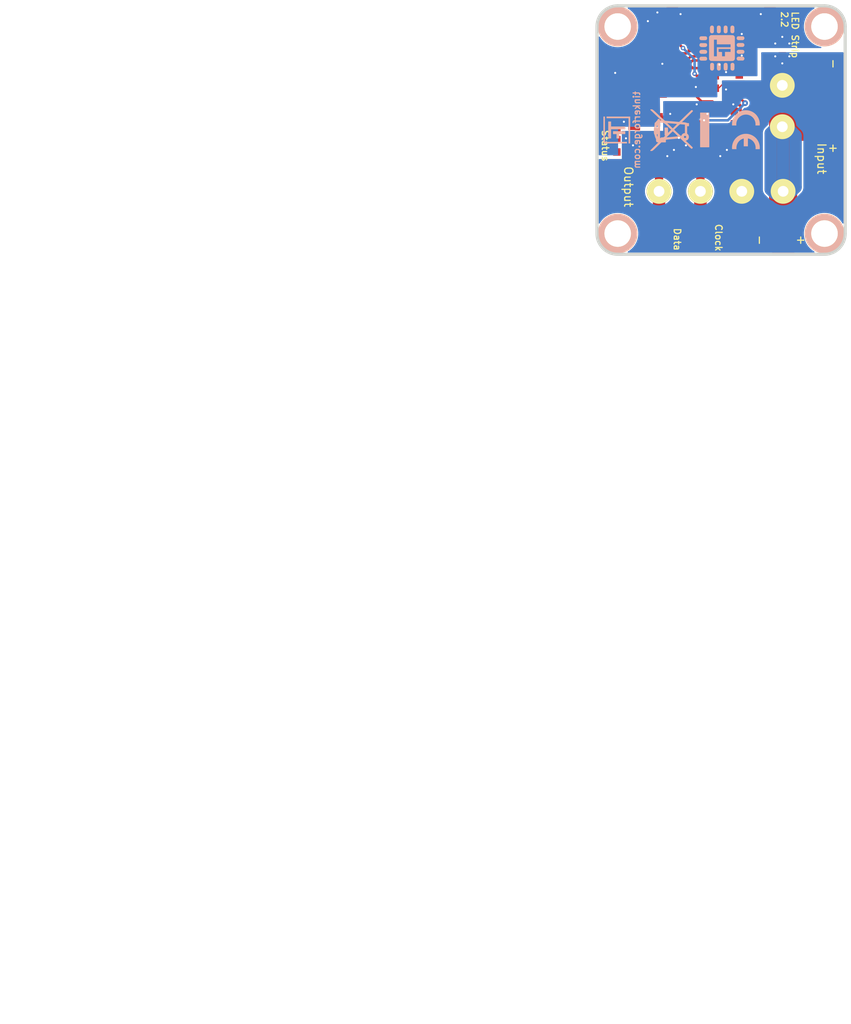
<source format=kicad_pcb>
(kicad_pcb (version 20221018) (generator pcbnew)
  (title_block (title "LED Strip Bricklet") (date "2023-01-25") (rev "2.2") (company "Tinkerforge GmbH") (comment 1 "Licensed under CERN OHL v.1.1") (comment 2 "Copyright (©) 2023, B.Nordmeyer <bastian@tinkerforge.com>"))
  (layers (0 "F.Cu" signal "Vorderseite") (31 "B.Cu" signal "Rückseite") (34 "B.Paste" user) (35 "F.Paste" user) (36 "B.SilkS" user "B.Silkscreen") (37 "F.SilkS" user "F.Silkscreen") (38 "B.Mask" user) (39 "F.Mask" user) (44 "Edge.Cuts" user))
  (net 0 "")
  (net 1 "+5V")
  (net 2 "AGND")
  (net 3 "GND")
  (net 4 "VCC")
  (net 5 "Net-(J1-Pad2)")
  (net 6 "Net-(P1-Pad4)")
  (net 7 "Net-(P1-Pad5)")
  (net 8 "Net-(P1-Pad6)")
  (net 9 "Net-(C1-Pad1)")
  (net 10 "ADC")
  (net 11 "S-MISO")
  (net 12 "S-MOSI")
  (net 13 "S-CLK")
  (net 14 "S-CS")
  (net 15 "DAT")
  (net 16 "CLK")
  (net 17 "Net-(D3-Pad2)")
  (net 18 "Net-(P8-Pad2)")
  (net 19 "Net-(P9-Pad1)")
  (net 20 "Net-(R3-Pad2)")
  (net 32 "Net-(R4-Pad2)")
  (net 33 "Net-(C6-Pad1)")
  (net 34 "Net-(C7-Pad1)")
  (net 35 "Net-(R5-Pad2)")
  (net 36 "Net-(R6-Pad1)")
  (net 37 "Net-(R7-Pad1)")
  (net 38 "Net-(C8-Pad1)")
  (footprint "kicad-libraries:Fiducial_Mark" (layer "F.Cu") (at 106.9 71.8 -90)
    (fp_text reference "Fiducial_Mark" hide)
    (fp_text value "VAL**" hide)
    (pad "1" smd circle (at 0 0 270) (size 1.00076 1.00076) (layers "F.Cu" "F.Paste" "F.Mask") (clearance 0.65024))
  )
  (footprint "kicad-libraries:Fiducial_Mark" (layer "F.Cu") (at 90.9 93.3 -90)
    (fp_text reference "Fiducial_Mark" hide)
    (fp_text value "VAL**" hide)
    (pad "1" smd circle (at 0 0 270) (size 1.00076 1.00076) (layers "F.Cu" "F.Paste" "F.Mask") (clearance 0.65024))
  )
  (footprint "kicad-libraries:AKL_5_2" (layer "F.Cu") (at 111.3 82.4 -90)
    (fp_text reference "J1")
    (fp_text value "AKL_5_2")
    (pad "1" thru_hole circle (at -2.49936 0 270) (size 2.99974 2.99974) (drill 1.30048) (layers "*.Cu" "*.Mask" "F.SilkS") (net 2 "AGND"))
    (pad "2" thru_hole circle (at 2.49936 0 270) (size 2.99974 2.99974) (drill 1.30048) (layers "*.Cu" "*.Mask" "F.SilkS") (net 5 "Net-(J1-Pad2)"))
  )
  (footprint "kicad-libraries:AKL_5_2" (layer "F.Cu") (at 108.9 92.7 180)
    (fp_text reference "J2")
    (fp_text value "AKL_5_2")
    (pad "1" thru_hole circle (at -2.49936 0 180) (size 2.99974 2.99974) (drill 1.30048) (layers "*.Cu" "*.Mask" "F.SilkS") (net 5 "Net-(J1-Pad2)"))
    (pad "2" thru_hole circle (at 2.49936 0 180) (size 2.99974 2.99974) (drill 1.30048) (layers "*.Cu" "*.Mask" "F.SilkS") (net 2 "AGND"))
  )
  (footprint "kicad-libraries:AKL_5_2" (layer "F.Cu") (at 98.9 92.7 180)
    (fp_text reference "J3")
    (fp_text value "AKL_5_2")
    (pad "1" thru_hole circle (at -2.49936 0 180) (size 2.99974 2.99974) (drill 1.30048) (layers "*.Cu" "*.Mask" "F.SilkS") (net 33 "Net-(C6-Pad1)"))
    (pad "2" thru_hole circle (at 2.49936 0 180) (size 2.99974 2.99974) (drill 1.30048) (layers "*.Cu" "*.Mask" "F.SilkS") (net 34 "Net-(C7-Pad1)"))
  )
  (footprint "kicad-libraries:SOLDER_PAD2" (layer "F.Cu") (at 116.7 79.9 90)
    (fp_text reference "P2")
    (fp_text value "TST")
    (pad "1" smd rect (at 0 0 90) (size 3 4) (layers "F.Cu" "F.Mask") (net 2 "AGND"))
  )
  (footprint "kicad-libraries:SOLDER_PAD2" (layer "F.Cu") (at 111.4 97.9)
    (fp_text reference "P3")
    (fp_text value "TST")
    (pad "1" smd rect (at 0 0) (size 3 4) (layers "F.Cu" "F.Mask") (net 5 "Net-(J1-Pad2)"))
  )
  (footprint "kicad-libraries:SOLDER_PAD2" (layer "F.Cu") (at 116.7 84.9 -90)
    (fp_text reference "P4")
    (fp_text value "TST")
    (pad "1" smd rect (at 0 0 270) (size 3 4) (layers "F.Cu" "F.Mask") (net 5 "Net-(J1-Pad2)"))
  )
  (footprint "kicad-libraries:SOLDER_PAD2" (layer "F.Cu") (at 106.4 97.9)
    (fp_text reference "P5")
    (fp_text value "TST")
    (pad "1" smd rect (at 0 0) (size 3 4) (layers "F.Cu" "F.Mask") (net 2 "AGND"))
  )
  (footprint "kicad-libraries:SOLDER_PAD2" (layer "F.Cu") (at 101.4 97.9)
    (fp_text reference "P6")
    (fp_text value "TST")
    (pad "1" smd rect (at 0 0) (size 3 4) (layers "F.Cu" "F.Mask") (net 33 "Net-(C6-Pad1)"))
  )
  (footprint "kicad-libraries:SOLDER_PAD2" (layer "F.Cu") (at 96.4 97.9 180)
    (fp_text reference "P7")
    (fp_text value "TST")
    (pad "1" smd rect (at 0 0 180) (size 3 4) (layers "F.Cu" "F.Mask") (net 34 "Net-(C7-Pad1)"))
  )
  (footprint "kicad-libraries:DRILL_NP" (layer "F.Cu") (at 91.4 97.8 90)
    (fp_text reference "U2" hide)
    (fp_text value "DRILL" hide)
    (pad "" np_thru_hole circle (at 0 0 90) (size 3.2 3.2) (drill 3.2) (layers "F&B.Cu" "*.Mask") (clearance 0.89))
  )
  (footprint "kicad-libraries:DRILL_NP" (layer "F.Cu") (at 116.4 97.8 -90)
    (fp_text reference "U3" hide)
    (fp_text value "DRILL" hide)
    (pad "" np_thru_hole circle (at 0 0 270) (size 3.2 3.2) (drill 3.2) (layers "F&B.Cu" "*.Mask") (clearance 0.89))
  )
  (footprint "kicad-libraries:DRILL_NP" (layer "F.Cu") (at 91.4 72.8 -90)
    (fp_text reference "U4" hide)
    (fp_text value "DRILL" hide)
    (pad "" np_thru_hole circle (at 0 0 270) (size 3.2 3.2) (drill 3.2) (layers "F&B.Cu" "*.Mask") (clearance 0.89))
  )
  (footprint "kicad-libraries:DRILL_NP" (layer "F.Cu") (at 116.4 72.8 -90)
    (fp_text reference "U5" hide)
    (fp_text value "DRILL" hide)
    (pad "" np_thru_hole circle (at 0 0 270) (size 3.2 3.2) (drill 3.2) (layers "F&B.Cu" "*.Mask") (clearance 0.89))
  )
  (footprint "kicad-libraries:SOD-323" (layer "F.Cu") (at 102.5 87.7)
    (fp_text reference "D1")
    (fp_text value "ESD5V0D3B-TP")
    (pad "1" smd rect (at -1.3208 0) (size 0.762 0.6858) (layers "F.Cu" "F.Paste" "F.Mask") (net 33 "Net-(C6-Pad1)"))
    (pad "2" smd rect (at 1.3208 0) (size 0.762 0.6858) (layers "F.Cu" "F.Paste" "F.Mask") (net 2 "AGND"))
  )
  (footprint "kicad-libraries:SOD-323" (layer "F.Cu") (at 96.1 87.7)
    (fp_text reference "D2")
    (fp_text value "ESD5V0D3B-TP")
    (pad "1" smd rect (at -1.3208 0) (size 0.762 0.6858) (layers "F.Cu" "F.Paste" "F.Mask") (net 34 "Net-(C7-Pad1)"))
    (pad "2" smd rect (at 1.3208 0) (size 0.762 0.6858) (layers "F.Cu" "F.Paste" "F.Mask") (net 2 "AGND"))
  )
  (footprint "kicad-libraries:C0805E" (layer "F.Cu") (at 96.2 73.1 90)
    (fp_text reference "C2")
    (fp_text value "10uF")
    (pad "1" smd rect (at -0.95 0 90) (size 1.3 1.5) (layers "F.Cu" "F.Paste" "F.Mask") (net 4 "VCC") (clearance 0.14986))
    (pad "2" smd rect (at 0.95 0 90) (size 1.3 1.5) (layers "F.Cu" "F.Paste" "F.Mask") (net 3 "GND") (clearance 0.14986))
  )
  (footprint "kicad-libraries:C0603F" (layer "F.Cu") (at 91.3 80 90)
    (fp_text reference "C3")
    (fp_text value "100nF")
    (pad "1" smd rect (at -0.75 0 90) (size 0.9 0.9) (layers "F.Cu" "F.Paste" "F.Mask") (net 4 "VCC"))
    (pad "2" smd rect (at 0.75 0 90) (size 0.9 0.9) (layers "F.Cu" "F.Paste" "F.Mask") (net 3 "GND"))
  )
  (footprint "kicad-libraries:C0603F" (layer "F.Cu") (at 105.5 83.8 90)
    (fp_text reference "C4")
    (fp_text value "100nF")
    (pad "1" smd rect (at -0.75 0 90) (size 0.9 0.9) (layers "F.Cu" "F.Paste" "F.Mask") (net 1 "+5V"))
    (pad "2" smd rect (at 0.75 0 90) (size 0.9 0.9) (layers "F.Cu" "F.Paste" "F.Mask") (net 2 "AGND"))
  )
  (footprint "kicad-libraries:R0603F" (layer "F.Cu") (at 111.3 75.6 -90)
    (fp_text reference "L1")
    (fp_text value "0")
    (pad "1" smd rect (at -0.75 0 270) (size 0.9 0.9) (layers "F.Cu" "F.Paste" "F.Mask") (net 3 "GND"))
    (pad "2" smd rect (at 0.75 0 270) (size 0.9 0.9) (layers "F.Cu" "F.Paste" "F.Mask") (net 2 "AGND"))
  )
  (footprint "kicad-libraries:CON-SENSOR2" (layer "F.Cu") (at 103.9 70.4 180)
    (fp_text reference "P1")
    (fp_text value "CON-SENSOR")
    (pad "1" smd rect (at -3.75 -4.6 180) (size 0.6 1.8) (layers "F.Cu" "F.Paste" "F.Mask") (net 38 "Net-(C8-Pad1)"))
    (pad "2" smd rect (at -2.5 -4.6 180) (size 0.6 1.8) (layers "F.Cu" "F.Paste" "F.Mask") (net 3 "GND"))
    (pad "3" smd rect (at -1.25 -4.6 180) (size 0.6 1.8) (layers "F.Cu" "F.Paste" "F.Mask") (net 4 "VCC"))
    (pad "4" smd rect (at 0 -4.6 180) (size 0.6 1.8) (layers "F.Cu" "F.Paste" "F.Mask") (net 6 "Net-(P1-Pad4)"))
    (pad "5" smd rect (at 1.25 -4.6 180) (size 0.6 1.8) (layers "F.Cu" "F.Paste" "F.Mask") (net 7 "Net-(P1-Pad5)"))
    (pad "6" smd rect (at 2.5 -4.6 180) (size 0.6 1.8) (layers "F.Cu" "F.Paste" "F.Mask") (net 8 "Net-(P1-Pad6)"))
    (pad "7" smd rect (at 3.75 -4.6 180) (size 0.6 1.8) (layers "F.Cu" "F.Paste" "F.Mask") (net 9 "Net-(C1-Pad1)"))
    (pad "EP" smd rect (at -5.9 -1.2 180) (size 1.4 2.4) (layers "F.Cu" "F.Paste" "F.Mask") (net 3 "GND"))
    (pad "EP" smd rect (at 5.9 -1.2 180) (size 1.4 2.4) (layers "F.Cu" "F.Paste" "F.Mask") (net 3 "GND"))
  )
  (footprint "kicad-libraries:R0603F" (layer "F.Cu") (at 101.8 79.5 90)
    (fp_text reference "R1")
    (fp_text value "1k")
    (pad "1" smd rect (at -0.75 0 90) (size 0.9 0.9) (layers "F.Cu" "F.Paste" "F.Mask") (net 3 "GND"))
    (pad "2" smd rect (at 0.75 0 90) (size 0.9 0.9) (layers "F.Cu" "F.Paste" "F.Mask") (net 10 "ADC"))
  )
  (footprint "kicad-libraries:R0603F" (layer "F.Cu") (at 103.2 79.5 -90)
    (fp_text reference "R2")
    (fp_text value "10k")
    (pad "1" smd rect (at -0.75 0 270) (size 0.9 0.9) (layers "F.Cu" "F.Paste" "F.Mask") (net 10 "ADC"))
    (pad "2" smd rect (at 0.75 0 270) (size 0.9 0.9) (layers "F.Cu" "F.Paste" "F.Mask") (net 5 "Net-(J1-Pad2)"))
  )
  (footprint "kicad-libraries:4X0402" (layer "F.Cu") (at 99.3 77.7 135)
    (fp_text reference "RP1")
    (fp_text value "82")
    (pad "1" smd rect (at -0.7493 0.575 315) (size 0.29972 0.65) (layers "F.Cu" "F.Paste" "F.Mask") (net 6 "Net-(P1-Pad4)"))
    (pad "2" smd rect (at -0.24892 0.575 315) (size 0.29972 0.65) (layers "F.Cu" "F.Paste" "F.Mask") (net 7 "Net-(P1-Pad5)"))
    (pad "3" smd rect (at 0.24892 0.575 315) (size 0.29972 0.65) (layers "F.Cu" "F.Paste" "F.Mask") (net 8 "Net-(P1-Pad6)"))
    (pad "4" smd rect (at 0.7493 0.575 315) (size 0.29972 0.65) (layers "F.Cu" "F.Paste" "F.Mask") (net 9 "Net-(C1-Pad1)"))
    (pad "5" smd rect (at 0.7493 -0.575 135) (size 0.29972 0.65) (layers "F.Cu" "F.Paste" "F.Mask") (net 11 "S-MISO"))
    (pad "6" smd rect (at 0.24892 -0.575 135) (size 0.29972 0.65) (layers "F.Cu" "F.Paste" "F.Mask") (net 12 "S-MOSI"))
    (pad "7" smd rect (at -0.24892 -0.575 135) (size 0.29972 0.65) (layers "F.Cu" "F.Paste" "F.Mask") (net 13 "S-CLK"))
    (pad "8" smd rect (at -0.7493 -0.575 135) (size 0.29972 0.65) (layers "F.Cu" "F.Paste" "F.Mask") (net 14 "S-CS"))
  )
  (footprint "kicad-libraries:QFN24-4x4mm-0.5mm" (layer "F.Cu") (at 94.7 80 -90)
    (fp_text reference "U1")
    (fp_text value "XMC1302")
    (pad "1" smd oval (at -2.025 -1.25 270) (size 1 0.3) (layers "F.Cu" "F.Paste" "F.Mask") (net 11 "S-MISO"))
    (pad "2" smd oval (at -2.025 -0.75 270) (size 1 0.3) (layers "F.Cu" "F.Paste" "F.Mask") (net 10 "ADC"))
    (pad "3" smd oval (at -2.025 -0.25 270) (size 1 0.3) (layers "F.Cu" "F.Paste" "F.Mask"))
    (pad "4" smd oval (at -2.025 0.25 270) (size 1 0.3) (layers "F.Cu" "F.Paste" "F.Mask"))
    (pad "5" smd oval (at -2.025 0.75 270) (size 1 0.3) (layers "F.Cu" "F.Paste" "F.Mask"))
    (pad "6" smd oval (at -2.025 1.25 270) (size 1 0.3) (layers "F.Cu" "F.Paste" "F.Mask"))
    (pad "7" smd oval (at -1.25 2.025) (size 1 0.3) (layers "F.Cu" "F.Paste" "F.Mask") (net 19 "Net-(P9-Pad1)"))
    (pad "8" smd oval (at -0.75 2.025) (size 1 0.3) (layers "F.Cu" "F.Paste" "F.Mask") (net 3 "GND"))
    (pad "9" smd oval (at -0.25 2.025) (size 1 0.3) (layers "F.Cu" "F.Paste" "F.Mask") (net 3 "GND"))
    (pad "10" smd oval (at 0.25 2.025) (size 1 0.3) (layers "F.Cu" "F.Paste" "F.Mask") (net 4 "VCC"))
    (pad "11" smd oval (at 0.75 2.025) (size 1 0.3) (layers "F.Cu" "F.Paste" "F.Mask"))
    (pad "12" smd oval (at 1.25 2.025) (size 1 0.3) (layers "F.Cu" "F.Paste" "F.Mask"))
    (pad "13" smd oval (at 2.025 1.25 270) (size 1 0.3) (layers "F.Cu" "F.Paste" "F.Mask") (net 20 "Net-(R3-Pad2)"))
    (pad "14" smd oval (at 2.025 0.75 270) (size 1 0.3) (layers "F.Cu" "F.Paste" "F.Mask") (net 18 "Net-(P8-Pad2)"))
    (pad "15" smd oval (at 2.025 0.25 270) (size 1 0.3) (layers "F.Cu" "F.Paste" "F.Mask"))
    (pad "16" smd oval (at 2.025 -0.25 270) (size 1 0.3) (layers "F.Cu" "F.Paste" "F.Mask"))
    (pad "17" smd oval (at 2.025 -0.75 270) (size 1 0.3) (layers "F.Cu" "F.Paste" "F.Mask") (net 15 "DAT"))
    (pad "18" smd oval (at 2.025 -1.25 270) (size 1 0.3) (layers "F.Cu" "F.Paste" "F.Mask"))
    (pad "19" smd oval (at 1.25 -2.025) (size 1 0.3) (layers "F.Cu" "F.Paste" "F.Mask") (net 16 "CLK"))
    (pad "20" smd oval (at 0.75 -2.025) (size 1 0.3) (layers "F.Cu" "F.Paste" "F.Mask"))
    (pad "21" smd oval (at 0.25 -2.025) (size 1 0.3) (layers "F.Cu" "F.Paste" "F.Mask"))
    (pad "22" smd oval (at -0.25 -2.025) (size 1 0.3) (layers "F.Cu" "F.Paste" "F.Mask") (net 14 "S-CS"))
    (pad "23" smd oval (at -0.75 -2.025) (size 1 0.3) (layers "F.Cu" "F.Paste" "F.Mask") (net 13 "S-CLK"))
    (pad "24" smd oval (at -1.25 -2.025) (size 1 0.3) (layers "F.Cu" "F.Paste" "F.Mask") (net 12 "S-MOSI"))
    (pad "EXP" smd rect (at -0.65 -0.65 270) (size 1.3 1.3) (layers "F.Cu" "F.Paste" "F.Mask") (net 3 "GND"))
    (pad "EXP" smd rect (at -0.65 0.65 270) (size 1.3 1.3) (layers "F.Cu" "F.Paste" "F.Mask") (net 3 "GND"))
    (pad "EXP" smd rect (at 0.65 -0.65 270) (size 1.3 1.3) (layers "F.Cu" "F.Paste" "F.Mask") (net 3 "GND"))
    (pad "EXP" smd rect (at 0.65 0.65 270) (size 1.3 1.3) (layers "F.Cu" "F.Paste" "F.Mask") (net 3 "GND"))
  )
  (footprint "kicad-libraries:SolderJumper" (layer "F.Cu") (at 93.4 84.6 90)
    (fp_text reference "P8")
    (fp_text value "Boot")
    (pad "1" smd rect (at -0.5 0 90) (size 0.4 1.4) (layers "F.Cu" "F.Mask") (net 3 "GND"))
    (pad "1" smd rect (at -0.225 -0.55 90) (size 0.95 0.3) (layers "F.Cu" "F.Mask") (net 3 "GND"))
    (pad "1" smd rect (at -0.225 0.55 90) (size 0.95 0.3) (layers "F.Cu" "F.Mask") (net 3 "GND"))
    (pad "2" smd rect (at 0.15 0 90) (size 0.6 0.5) (layers "F.Cu" "F.Mask") (net 18 "Net-(P8-Pad2)"))
    (pad "2" smd rect (at 0.55 0 90) (size 0.3 1.4) (layers "F.Cu" "F.Mask") (net 18 "Net-(P8-Pad2)"))
  )
  (footprint "kicad-libraries:DEBUG_PAD" (layer "F.Cu") (at 92 77.2 -90)
    (fp_text reference "P9")
    (fp_text value "Debug")
    (pad "1" smd circle (at 0 0 270) (size 0.7 0.7) (layers "F.Cu" "F.Paste" "F.Mask") (net 19 "Net-(P9-Pad1)"))
  )
  (footprint "kicad-libraries:R0603F" (layer "F.Cu") (at 91.3 84.3 90)
    (fp_text reference "R3")
    (fp_text value "1k")
    (pad "1" smd rect (at -0.75 0 90) (size 0.9 0.9) (layers "F.Cu" "F.Paste" "F.Mask") (net 17 "Net-(D3-Pad2)"))
    (pad "2" smd rect (at 0.75 0 90) (size 0.9 0.9) (layers "F.Cu" "F.Paste" "F.Mask") (net 20 "Net-(R3-Pad2)"))
  )
  (footprint "kicad-libraries:R0603F" (layer "F.Cu") (at 99.1 80.6)
    (fp_text reference "R4")
    (fp_text value "470")
    (pad "1" smd rect (at -0.75 0) (size 0.9 0.9) (layers "F.Cu" "F.Paste" "F.Mask") (net 16 "CLK"))
    (pad "2" smd rect (at 0.75 0) (size 0.9 0.9) (layers "F.Cu" "F.Paste" "F.Mask") (net 32 "Net-(R4-Pad2)"))
  )
  (footprint "kicad-libraries:C0402F" (layer "F.Cu") (at 98 76.5 -135)
    (fp_text reference "C1")
    (fp_text value "220pF")
    (pad "1" smd rect (at -0.5 0 225) (size 0.6 0.7) (layers "F.Cu" "F.Paste" "F.Mask") (net 9 "Net-(C1-Pad1)"))
    (pad "2" smd rect (at 0.5 0 225) (size 0.6 0.7) (layers "F.Cu" "F.Paste" "F.Mask") (net 3 "GND"))
  )
  (footprint "kicad-libraries:D0603F" (layer "F.Cu") (at 91.3 87.2 90)
    (fp_text reference "D3")
    (fp_text value "blue")
    (pad "1" smd rect (at -0.75 0 90) (size 0.9 0.9) (layers "F.Cu" "F.Paste" "F.Mask") (net 4 "VCC"))
    (pad "2" smd rect (at 0.75 0 90) (size 0.9 0.9) (layers "F.Cu" "F.Paste" "F.Mask") (net 17 "Net-(D3-Pad2)"))
  )
  (footprint "kicad-libraries:C0603F" (layer "F.Cu") (at 100.9 83.8 90)
    (fp_text reference "C5")
    (fp_text value "100nF")
    (pad "1" smd rect (at -0.75 0 90) (size 0.9 0.9) (layers "F.Cu" "F.Paste" "F.Mask") (net 1 "+5V"))
    (pad "2" smd rect (at 0.75 0 90) (size 0.9 0.9) (layers "F.Cu" "F.Paste" "F.Mask") (net 2 "AGND"))
  )
  (footprint "kicad-libraries:C0603F" (layer "F.Cu") (at 100.4 86.3 180)
    (fp_text reference "C6")
    (fp_text value "DNP")
    (pad "1" smd rect (at -0.75 0 180) (size 0.9 0.9) (layers "F.Cu" "F.Paste" "F.Mask") (net 33 "Net-(C6-Pad1)"))
    (pad "2" smd rect (at 0.75 0 180) (size 0.9 0.9) (layers "F.Cu" "F.Paste" "F.Mask") (net 2 "AGND"))
  )
  (footprint "kicad-libraries:C0603F" (layer "F.Cu") (at 94 86.3 180)
    (fp_text reference "C7")
    (fp_text value "DNP")
    (pad "1" smd rect (at -0.75 0 180) (size 0.9 0.9) (layers "F.Cu" "F.Paste" "F.Mask") (net 34 "Net-(C7-Pad1)"))
    (pad "2" smd rect (at 0.75 0 180) (size 0.9 0.9) (layers "F.Cu" "F.Paste" "F.Mask") (net 2 "AGND"))
  )
  (footprint "kicad-libraries:R0603F" (layer "F.Cu") (at 95.65 83.7)
    (fp_text reference "R5")
    (fp_text value "470")
    (pad "1" smd rect (at -0.75 0) (size 0.9 0.9) (layers "F.Cu" "F.Paste" "F.Mask") (net 15 "DAT"))
    (pad "2" smd rect (at 0.75 0) (size 0.9 0.9) (layers "F.Cu" "F.Paste" "F.Mask") (net 35 "Net-(R5-Pad2)"))
  )
  (footprint "kicad-libraries:R0603F" (layer "F.Cu") (at 103.3 86.3 180)
    (fp_text reference "R6")
    (fp_text value "100")
    (pad "1" smd rect (at -0.75 0 180) (size 0.9 0.9) (layers "F.Cu" "F.Paste" "F.Mask") (net 36 "Net-(R6-Pad1)"))
    (pad "2" smd rect (at 0.75 0 180) (size 0.9 0.9) (layers "F.Cu" "F.Paste" "F.Mask") (net 33 "Net-(C6-Pad1)"))
  )
  (footprint "kicad-libraries:R0603F" (layer "F.Cu") (at 96.9 86.3 180)
    (fp_text reference "R7")
    (fp_text value "100")
    (pad "1" smd rect (at -0.75 0 180) (size 0.9 0.9) (layers "F.Cu" "F.Paste" "F.Mask") (net 37 "Net-(R7-Pad1)"))
    (pad "2" smd rect (at 0.75 0 180) (size 0.9 0.9) (layers "F.Cu" "F.Paste" "F.Mask") (net 34 "Net-(C7-Pad1)"))
  )
  (footprint "kicad-libraries:SOT23-5" (layer "F.Cu") (at 103.2 83.8 180)
    (fp_text reference "U6")
    (fp_text value "74LVC1G17")
    (pad "1" smd rect (at -0.94996 1.19888 180) (size 0.50038 0.8001) (layers "F.Cu" "F.Paste" "F.Mask"))
    (pad "2" smd rect (at 0 1.19888 180) (size 0.50038 0.8001) (layers "F.Cu" "F.Paste" "F.Mask") (net 32 "Net-(R4-Pad2)"))
    (pad "3" smd rect (at 0.94996 1.19888 180) (size 0.50038 0.8001) (layers "F.Cu" "F.Paste" "F.Mask") (net 2 "AGND"))
    (pad "4" smd rect (at 0.94996 -1.19888 180) (size 0.50038 0.8001) (layers "F.Cu" "F.Paste" "F.Mask") (net 36 "Net-(R6-Pad1)"))
    (pad "5" smd rect (at -0.94996 -1.19888 180) (size 0.50038 0.8001) (layers "F.Cu" "F.Paste" "F.Mask") (net 1 "+5V"))
  )
  (footprint "kicad-libraries:SOT23-5" (layer "F.Cu") (at 98.7 83.7 180)
    (fp_text reference "U7")
    (fp_text value "74LVC1G17")
    (pad "1" smd rect (at -0.94996 1.19888 180) (size 0.50038 0.8001) (layers "F.Cu" "F.Paste" "F.Mask"))
    (pad "2" smd rect (at 0 1.19888 180) (size 0.50038 0.8001) (layers "F.Cu" "F.Paste" "F.Mask") (net 35 "Net-(R5-Pad2)"))
    (pad "3" smd rect (at 0.94996 1.19888 180) (size 0.50038 0.8001) (layers "F.Cu" "F.Paste" "F.Mask") (net 2 "AGND"))
    (pad "4" smd rect (at 0.94996 -1.19888 180) (size 0.50038 0.8001) (layers "F.Cu" "F.Paste" "F.Mask") (net 37 "Net-(R7-Pad1)"))
    (pad "5" smd rect (at -0.94996 -1.19888 180) (size 0.50038 0.8001) (layers "F.Cu" "F.Paste" "F.Mask") (net 1 "+5V"))
  )
  (footprint "kicad-libraries:C0603F" (layer "F.Cu") (at 105.3 77.4 180)
    (fp_text reference "C8")
    (fp_text value "100nF")
    (pad "1" smd rect (at -0.75 0 180) (size 0.9 0.9) (layers "F.Cu" "F.Paste" "F.Mask") (net 38 "Net-(C8-Pad1)"))
    (pad "2" smd rect (at 0.75 0 180) (size 0.9 0.9) (layers "F.Cu" "F.Paste" "F.Mask") (net 3 "GND"))
  )
  (footprint "kicad-libraries:C0603F" (layer "F.Cu") (at 105.3 81.3 180)
    (fp_text reference "C9")
    (fp_text value "100nF")
    (pad "1" smd rect (at -0.75 0 180) (size 0.9 0.9) (layers "F.Cu" "F.Paste" "F.Mask") (net 1 "+5V"))
    (pad "2" smd rect (at 0.75 0 180) (size 0.9 0.9) (layers "F.Cu" "F.Paste" "F.Mask") (net 2 "AGND"))
  )
  (footprint "kicad-libraries:R0603F" (layer "F.Cu") (at 106.1 79.4 -90)
    (fp_text reference "L2")
    (fp_text value "FB")
    (pad "1" smd rect (at -0.75 0 270) (size 0.9 0.9) (layers "F.Cu" "F.Paste" "F.Mask") (net 38 "Net-(C8-Pad1)"))
    (pad "2" smd rect (at 0.75 0 270) (size 0.9 0.9) (layers "F.Cu" "F.Paste" "F.Mask") (net 1 "+5V"))
  )
  (footprint "kicad-libraries:Fiducial_Mark" (layer "F.Cu") (at 116.4 92.8 -90)
    (fp_text reference "Fiducial_Mark" hide)
    (fp_text value "VAL**" hide)
    (pad "1" smd circle (at 0 0 270) (size 1.00076 1.00076) (layers "F.Cu" "F.Paste" "F.Mask") (clearance 0.65024))
  )
  (footprint "kicad-libraries:Logo_31x31" (layer "B.Cu") (at 91.3 85.3 -90)
    (fp_text reference "G***" hide)
    (fp_text value "LOGO" hide)
  )
  (footprint "kicad-libraries:CE_5mm" (layer "B.Cu") (at 106.9 85.3 -90)
    (fp_text reference "VAL" hide)
    (fp_text value "CE_5mm" hide)
  )
  (footprint "kicad-libraries:WEEE_7mm" (layer "B.Cu") (at 98.9 85.3 -90)
    (fp_text reference "VAL" hide)
    (fp_text value "WEEE_7mm" hide)
  )
  (footprint "kicad-libraries:Logo_CoMCU" (layer "B.Cu") (at 104 75.4 -90)
    (fp_text reference "G***" hide)
    (fp_text value "LOGO" hide)
  )
  (gr_arc (start 116.4 70.3) (mid 118.167767 71.032233) (end 118.9 72.8) (stroke (width 0.381)) (layer "Edge.Cuts"))
  (gr_line (start 88.9 97.8) (end 88.9 72.8) (stroke (width 0.381)) (layer "Edge.Cuts"))
  (gr_line (start 91.4 70.3) (end 116.4 70.3) (stroke (width 0.381)) (layer "Edge.Cuts"))
  (gr_line (start 118.9 97.8) (end 118.9 72.8) (stroke (width 0.381)) (layer "Edge.Cuts"))
  (gr_arc (start 118.9 97.8) (mid 118.167767 99.567767) (end 116.4 100.3) (stroke (width 0.381)) (layer "Edge.Cuts"))
  (gr_arc (start 91.4 100.3) (mid 89.632233 99.567767) (end 88.9 97.8) (stroke (width 0.381)) (layer "Edge.Cuts"))
  (gr_line (start 116.4 100.3) (end 91.4 100.3) (stroke (width 0.381)) (layer "Edge.Cuts"))
  (gr_arc (start 88.9 72.8) (mid 89.632233 71.032233) (end 91.4 70.3) (stroke (width 0.381)) (layer "Edge.Cuts"))
  (gr_text "tinkerforge.com" (at 93.7 85.3 90) (layer "B.SilkS") (effects (font (size 0.8 0.8)) (justify mirror)))
  (gr_text "Clock" (at 103.6 98.3 270) (layer "F.SilkS") (effects (font (size 0.8 0.8))))
  (gr_text "-" (at 108.6 98.6 270) (layer "F.SilkS") (effects (font (size 1 1))))
  (gr_text "Data" (at 98.6 98.5 270) (layer "F.SilkS") (effects (font (size 0.8 0.8))))
  (gr_text "Status" (at 89.9 87.2 270) (layer "F.SilkS") (effects (font (size 0.8 0.8))))
  (gr_text "Output" (at 92.7 92.15 270) (layer "F.SilkS") (effects (font (size 1 1))))
  (gr_text "+" (at 113.6 98.6 270) (layer "F.SilkS") (effects (font (size 1 1))))
  (gr_text "-" (at 117.5 77.3 270) (layer "F.SilkS") (effects (font (size 1 1))))
  (gr_text "Input" (at 116.05 88.75 270) (layer "F.SilkS") (effects (font (size 1 1))))
  (gr_text "LED Strip\n2.2" (at 112.2 70.9 270) (layer "F.SilkS") (effects (font (size 0.8 0.8)) (justify left)))
  (gr_text "+" (at 117.5 87.5 270) (layer "F.SilkS") (effects (font (size 1 1))))
  (segment (start 106.25 84.35) (end 106.25 83.740028) (width 0.29972) (layer "F.Cu") (net 1))
  (segment (start 105.45 84.55) (end 106.05 84.55) (width 0.29972) (layer "F.Cu") (net 1))
  (segment (start 101.55 84.35) (end 101.15 84.35) (width 0.29972) (layer "F.Cu") (net 1))
  (segment (start 101.15 84.35) (end 100.95 84.55) (width 0.29972) (layer "F.Cu") (net 1))
  (segment (start 106.249861 82.360111) (end 106.189889 82.300139) (width 0.29972) (layer "F.Cu") (net 1))
  (segment (start 106.249861 83.739889) (end 106.249861 82.360111) (width 0.29972) (layer "F.Cu") (net 1))
  (segment (start 106.05 84.55) (end 106.25 84.35) (width 0.29972) (layer "F.Cu") (net 1))
  (segment (start 106.1 81.35) (end 106.8 82.05) (width 0.29972) (layer "F.Cu") (net 1))
  (segment (start 101.775437 84.124563) (end 101.55 84.35) (width 0.29972) (layer "F.Cu") (net 1))
  (segment (start 100.55 84.55) (end 100.20112 84.89888) (width 0.29972) (layer "F.Cu") (net 1))
  (segment (start 106.1 80.15) (end 106.1 81.3) (width 0.59944) (layer "F.Cu") (net 1))
  (segment (start 104.85 84.6) (end 105.5 84.6) (width 0.29972) (layer "F.Cu") (net 1))
  (segment (start 100.20112 84.89888) (end 99.64996 84.89888) (width 0.29972) (layer "F.Cu") (net 1))
  (segment (start 100.95 84.55) (end 100.55 84.55) (width 0.29972) (layer "F.Cu") (net 1))
  (segment (start 106.189889 82.300139) (end 106.1 82.300139) (width 0.29972) (layer "F.Cu") (net 1))
  (segment (start 101.841508 84.124563) (end 101.775437 84.124563) (width 0.29972) (layer "F.Cu") (net 1))
  (segment (start 106.25 83.740028) (end 106.249861 83.739889) (width 0.29972) (layer "F.Cu") (net 1))
  (segment (start 106.1 82.300139) (end 106.1 81.35) (width 0.29972) (layer "F.Cu") (net 1))
  (segment (start 104.45112 84.99888) (end 104.85 84.6) (width 0.29972) (layer "F.Cu") (net 1))
  (segment (start 104.14996 84.99888) (end 104.45112 84.99888) (width 0.29972) (layer "F.Cu") (net 1))
  (via (at 106.8 82.05) (size 0.7) (drill 0.25) (layers "F.Cu" "B.Cu") (net 1))
  (via (at 101.841508 84.124563) (size 0.7) (drill 0.25) (layers "F.Cu" "B.Cu") (net 1))
  (segment (start 106.8 82.05) (end 104.725437 84.124563) (width 0.29972) (layer "B.Cu") (net 1))
  (segment (start 104.725437 84.124563) (end 101.841508 84.124563) (width 0.29972) (layer "B.Cu") (net 1))
  (segment (start 97.75004 82.55112) (end 97.75004 83.34996) (width 0.29972) (layer "F.Cu") (net 2))
  (segment (start 100.95 83) (end 100.95 82.2) (width 0.59944) (layer "F.Cu") (net 2))
  (segment (start 97.4208 87.7) (end 98.2 87.7) (width 0.59944) (layer "F.Cu") (net 2))
  (segment (start 97.4208 88.4292) (end 97.4 88.45) (width 0.59944) (layer "F.Cu") (net 2))
  (segment (start 105.5 83.05) (end 105.5 82.320822) (width 0.59944) (layer "F.Cu") (net 2))
  (segment (start 100.9 83.05) (end 100.95 83) (width 0.59944) (layer "F.Cu") (net 2))
  (segment (start 98.85 86.3) (end 98.8 86.25) (width 0.59944) (layer "F.Cu") (net 2))
  (segment (start 103.8208 87.7) (end 104.6 87.7) (width 0.59944) (layer "F.Cu") (net 2))
  (segment (start 97.75004 83.34996) (end 97.75 83.35) (width 0.29972) (layer "F.Cu") (net 2))
  (segment (start 106.4 92.70064) (end 106.40064 92.7) (width 1.50114) (layer "F.Cu") (net 2))
  (segment (start 102.25004 83.34996) (end 102.25 83.35) (width 0.29972) (layer "F.Cu") (net 2))
  (segment (start 104.55 80.45) (end 104.5 80.4) (width 0.59944) (layer "F.Cu") (net 2))
  (segment (start 103.8208 87.7) (end 103.8208 88.4292) (width 0.59944) (layer "F.Cu") (net 2))
  (segment (start 103.8208 88.4292) (end 103.8 88.45) (width 0.59944) (layer "F.Cu") (net 2))
  (segment (start 111.3 76.4) (end 110.45 76.4) (width 0.59944) (layer "F.Cu") (net 2))
  (segment (start 97.75 83.35) (end 97.75 82.45) (width 0.29972) (layer "F.Cu") (net 2))
  (segment (start 106.4 97.9) (end 106.4 92.70064) (width 1.50114) (layer "F.Cu") (net 2))
  (segment (start 105.5 82.320822) (end 105.376393 82.197215) (width 0.59944) (layer "F.Cu") (net 2))
  (segment (start 93.25 86.3) (end 93.25 87.15) (width 0.59944) (layer "F.Cu") (net 2))
  (segment (start 111.3 76.4) (end 111.3 77.25) (width 0.59944) (layer "F.Cu") (net 2))
  (segment (start 102.25 83.35) (end 102.25 82.6) (width 0.29972) (layer "F.Cu") (net 2))
  (segment (start 111.3 79.90064) (end 116.79936 79.90064) (width 1.50114) (layer "F.Cu") (net 2))
  (segment (start 102.25004 82.60112) (end 102.25004 83.34996) (width 0.29972) (layer "F.Cu") (net 2))
  (segment (start 99.65 86.3) (end 98.85 86.3) (width 0.59944) (layer "F.Cu") (net 2))
  (segment (start 97.4208 87.7) (end 97.4208 88.4292) (width 0.59944) (layer "F.Cu") (net 2))
  (segment (start 99.65 86.3) (end 99.65 87.15) (width 0.59944) (layer "F.Cu") (net 2))
  (segment (start 104.55 81.3) (end 104.55 80.45) (width 0.59944) (layer "F.Cu") (net 2))
  (segment (start 111.3 76.4) (end 112.15 76.4) (width 0.59944) (layer "F.Cu") (net 2))
  (segment (start 93.25 86.3) (end 92.4 86.3) (width 0.59944) (layer "F.Cu") (net 2))
  (via (at 105.376393 82.197215) (size 0.7) (drill 0.25) (layers "F.Cu" "B.Cu") (net 2))
  (via (at 92.4 86.3) (size 0.7) (drill 0.25) (layers "F.Cu" "B.Cu") (net 2))
  (via (at 100.95 82.2) (size 0.7) (drill 0.25) (layers "F.Cu" "B.Cu") (net 2))
  (via (at 93.25 87.15) (size 0.7) (drill 0.25) (layers "F.Cu" "B.Cu") (net 2))
  (via (at 98.8 86.25) (size 0.7) (drill 0.25) (layers "F.Cu" "B.Cu") (net 2))
  (via (at 104.5 80.4) (size 0.7) (drill 0.25) (layers "F.Cu" "B.Cu") (net 2))
  (via (at 112.15 76.4) (size 0.7) (drill 0.25) (layers "F.Cu" "B.Cu") (net 2))
  (via (at 98.2 87.7) (size 0.7) (drill 0.25) (layers "F.Cu" "B.Cu") (net 2))
  (via (at 103.8 88.45) (size 0.7) (drill 0.25) (layers "F.Cu" "B.Cu") (net 2))
  (via (at 111.3 77.25) (size 0.7) (drill 0.25) (layers "F.Cu" "B.Cu") (net 2))
  (via (at 97.4 88.45) (size 0.7) (drill 0.25) (layers "F.Cu" "B.Cu") (net 2))
  (via (at 104.6 87.7) (size 0.7) (drill 0.25) (layers "F.Cu" "B.Cu") (net 2))
  (via (at 99.65 87.15) (size 0.7) (drill 0.25) (layers "F.Cu" "B.Cu") (net 2))
  (via (at 102.25 83.35) (size 0.7) (drill 0.25) (layers "F.Cu" "B.Cu") (net 2))
  (via (at 110.45 76.4) (size 0.7) (drill 0.25) (layers "F.Cu" "B.Cu") (net 2))
  (via (at 97.75 83.35) (size 0.7) (drill 0.25) (layers "F.Cu" "B.Cu") (net 2))
  (segment (start 98.99916 71.29916) (end 99 71.3) (width 0.59944) (layer "F.Cu") (net 3))
  (segment (start 108.70084 71.29916) (end 108.7 71.3) (width 0.59944) (layer "F.Cu") (net 3))
  (segment (start 91.95 79.75) (end 91.45 79.25) (width 0.29972) (layer "F.Cu") (net 3))
  (segment (start 91.45 79.25) (end 91.3 79.25) (width 0.29972) (layer "F.Cu") (net 3))
  (segment (start 93.65 79.75) (end 94.05 79.35) (width 0.29972) (layer "F.Cu") (net 3))
  (segment (start 97.2 77.3) (end 96.8 77.3) (width 0.59944) (layer "F.Cu") (net 3))
  (segment (start 91.3 78.8) (end 91.1 78.6) (width 0.59944) (layer "F.Cu") (net 3))
  (segment (start 91.1 78.6) (end 91.1 78.4) (width 0.59944) (layer "F.Cu") (net 3))
  (segment (start 109.69882 71.29916) (end 108.70084 71.29916) (width 0.59944) (layer "F.Cu") (net 3))
  (segment (start 92.675 79.25) (end 91.3 79.25) (width 0.15) (layer "F.Cu") (net 3))
  (segment (start 91.3 79.25) (end 91.3 78.8) (width 0.59944) (layer "F.Cu") (net 3))
  (segment (start 92.85 85.05) (end 92.85 84.8) (width 0.29972) (layer "F.Cu") (net 3))
  (segment (start 93.95 85.05) (end 93.4 85.05) (width 0.15) (layer "F.Cu") (net 3))
  (segment (start 92.35 84.3) (end 92.15 84.3) (width 0.29972) (layer "F.Cu") (net 3))
  (segment (start 104.55 78.25) (end 104.5 78.3) (width 0.59944) (layer "F.Cu") (net 3))
  (segment (start 93.95 84.775) (end 93.95 85.05) (width 0.15) (layer "F.Cu") (net 3))
  (segment (start 96.2 72.15) (end 96.2 71.1) (width 0.8001) (layer "F.Cu") (net 3))
  (segment (start 101.8 80.3001) (end 101.0501 80.3001) (width 0.29972) (layer "F.Cu") (net 3))
  (segment (start 104.55 77.4) (end 103.7 77.4) (width 0.59944) (layer "F.Cu") (net 3))
  (segment (start 112.1499 74.8499) (end 112.15 74.85) (width 0.59944) (layer "F.Cu") (net 3))
  (segment (start 111.3 74.8499) (end 112.1499 74.8499) (width 0.59944) (layer "F.Cu") (net 3))
  (segment (start 106.4 76.3) (end 106.4 73.7) (width 0.8001) (layer "F.Cu") (net 3))
  (segment (start 92.85 84.8) (end 92.35 84.3) (width 0.29972) (layer "F.Cu") (net 3))
  (segment (start 93.85 85.05) (end 92.85 85.05) (width 0.29972) (layer "F.Cu") (net 3))
  (segment (start 98.10118 71.29916) (end 98.99916 71.29916) (width 0.59944) (layer "F.Cu") (net 3))
  (segment (start 92.675 79.75) (end 91.95 79.75) (width 0.29972) (layer "F.Cu") (net 3))
  (segment (start 93.4 85.05) (end 92.85 85.05) (width 0.15) (layer "F.Cu") (net 3))
  (segment (start 111.3 74.8499) (end 111.3 74.2) (width 0.59944) (layer "F.Cu") (net 3))
  (segment (start 94.05 80.65) (end 95.35 80.65) (width 0.29972) (layer "F.Cu") (net 3))
  (segment (start 111.3 74.2) (end 111.3 74.05) (width 0.59944) (layer "F.Cu") (net 3))
  (segment (start 92.85 85.05) (end 92.85 84.75) (width 0.15) (layer "F.Cu") (net 3))
  (segment (start 110.4501 74.8499) (end 110.45 74.85) (width 0.59944) (layer "F.Cu") (net 3))
  (segment (start 94.05 79.35) (end 94.05 80.65) (width 0.29972) (layer "F.Cu") (net 3))
  (segment (start 96.2 72.15) (end 95.05 72.15) (width 0.8001) (layer "F.Cu") (net 3))
  (segment (start 104.55 77.4) (end 104.55 78.25) (width 0.59944) (layer "F.Cu") (net 3))
  (segment (start 111.3 74.8499) (end 110.4501 74.8499) (width 0.59944) (layer "F.Cu") (net 3))
  (segment (start 97.540381 76.959619) (end 97.2 77.3) (width 0.59944) (layer "F.Cu") (net 3))
  (segment (start 101.0501 80.3001) (end 100.85 80.1) (width 0.29972) (layer "F.Cu") (net 3))
  (segment (start 92.675 79.75) (end 93.65 79.75) (width 0.29972) (layer "F.Cu") (net 3))
  (segment (start 94.05 79.35) (end 95.35 79.35) (width 0.29972) (layer "F.Cu") (net 3))
  (via (at 96.8 77.3) (size 0.7) (drill 0.25) (layers "F.Cu" "B.Cu") (net 3))
  (via (at 100.85 80.1) (size 0.70104) (drill 0.25) (layers "F.Cu" "B.Cu") (net 3))
  (via (at 99 71.3) (size 0.70104) (drill 0.25) (layers "F.Cu" "B.Cu") (net 3))
  (via (at 96.2 71.1) (size 0.7) (drill 0.25) (layers "F.Cu" "B.Cu") (net 3))
  (via (at 108.7 71.3) (size 0.70104) (drill 0.25) (layers "F.Cu" "B.Cu") (net 3))
  (via (at 112.15 74.85) (size 0.70104) (drill 0.25) (layers "F.Cu" "B.Cu") (net 3))
  (via (at 106.4 73.7) (size 0.7) (drill 0.25) (layers "F.Cu" "B.Cu") (net 3))
  (via (at 103.7 77.4) (size 0.7) (drill 0.25) (layers "F.Cu" "B.Cu") (net 3))
  (via (at 111.3 74.05) (size 0.70104) (drill 0.25) (layers "F.Cu" "B.Cu") (net 3))
  (via (at 92.15 84.3) (size 0.7) (drill 0.25) (layers "F.Cu" "B.Cu") (net 3))
  (via (at 104.5 78.3) (size 0.7) (drill 0.25) (layers "F.Cu" "B.Cu") (net 3))
  (via (at 110.45 74.85) (size 0.70104) (drill 0.25) (layers "F.Cu" "B.Cu") (net 3))
  (via (at 106.4 76.3) (size 0.7) (drill 0.25) (layers "F.Cu" "B.Cu") (net 3))
  (via (at 95.05 72.15) (size 0.7) (drill 0.25) (layers "F.Cu" "B.Cu") (net 3))
  (via (at 91.1 78.4) (size 0.7) (drill 0.25) (layers "F.Cu" "B.Cu") (net 3))
  (segment (start 91.95 80.25) (end 91.45 80.75) (width 0.29972) (layer "F.Cu") (net 4))
  (segment (start 91.45 80.75) (end 91.3 80.75) (width 0.29972) (layer "F.Cu") (net 4))
  (segment (start 90.35 87.95) (end 89.9 87.5) (width 0.59944) (layer "F.Cu") (net 4))
  (segment (start 89.9 87.5) (end 89.9 80.3) (width 0.59944) (layer "F.Cu") (net 4))
  (segment (start 90.35 80.75) (end 89.9 80.3) (width 0.29972) (layer "F.Cu") (net 4))
  (segment (start 105.15 75) (end 105.15 73.8) (width 0.59944) (layer "F.Cu") (net 4))
  (segment (start 105.15 75) (end 105.15 73.75) (width 0.29972) (layer "F.Cu") (net 4))
  (segment (start 105.15 73.8) (end 105.1 73.75) (width 0.59944) (layer "F.Cu") (net 4))
  (segment (start 89.9 80.3) (end 89.9 77.8) (width 0.59944) (layer "F.Cu") (net 4))
  (segment (start 91.7 76) (end 94.7 76) (width 0.59944) (layer "F.Cu") (net 4))
  (segment (start 91.3 80.75) (end 90.35 80.75) (width 0.29972) (layer "F.Cu") (net 4))
  (segment (start 96.6 74.1) (end 98.6 74.1) (width 0.59944) (layer "F.Cu") (net 4))
  (segment (start 104.3 72.9) (end 105.1 73.7) (width 0.59944) (layer "F.Cu") (net 4))
  (segment (start 89.9 77.8) (end 91.7 76) (width 0.59944) (layer "F.Cu") (net 4))
  (segment (start 92.675 80.25) (end 91.95 80.25) (width 0.29972) (layer "F.Cu") (net 4))
  (segment (start 98.6 74.1) (end 99.8 72.9) (width 0.59944) (layer "F.Cu") (net 4))
  (segment (start 99.8 72.9) (end 104.3 72.9) (width 0.59944) (layer "F.Cu") (net 4))
  (segment (start 94.7 76) (end 96.6 74.1) (width 0.59944) (layer "F.Cu") (net 4))
  (segment (start 91.3 87.95) (end 90.35 87.95) (width 0.59944) (layer "F.Cu") (net 4))
  (segment (start 111.39936 84.99872) (end 111.3 84.89936) (width 1.50114) (layer "F.Cu") (net 5))
  (segment (start 111.30064 84.9) (end 111.3 84.89936) (width 1.50114) (layer "F.Cu") (net 5))
  (segment (start 116.8 84.9) (end 111.30064 84.9) (width 1.50114) (layer "F.Cu") (net 5))
  (segment (start 106.7 79.4) (end 111.3 84) (width 0.15) (layer "F.Cu") (net 5))
  (segment (start 111.3 84) (end 111.3 84.95) (width 0.15) (layer "F.Cu") (net 5))
  (segment (start 111.4 92.70064) (end 111.39936 92.7) (width 1.50114) (layer "F.Cu") (net 5))
  (segment (start 111.39936 92.7) (end 111.39936 84.99872) (width 1.50114) (layer "F.Cu") (net 5))
  (segment (start 103.2 80.25) (end 103.6 80.25) (width 0.15) (layer "F.Cu") (net 5))
  (segment (start 103.6 80.25) (end 104.45 79.4) (width 0.15) (layer "F.Cu") (net 5))
  (segment (start 111.4 97.9) (end 111.4 92.70064) (width 1.50114) (layer "F.Cu") (net 5))
  (segment (start 104.45 79.4) (end 106.7 79.4) (width 0.15) (layer "F.Cu") (net 5))
  (segment (start 110.69936 84.89936) (end 109.9 85.69872) (width 1.50114) (layer "B.Cu") (net 5))
  (segment (start 112.9 92.2) (end 112.45 92.65) (width 1.50114) (layer "B.Cu") (net 5))
  (segment (start 111.39936 84.90064) (end 111.4 84.9) (width 1.50114) (layer "B.Cu") (net 5))
  (segment (start 109.9 92.45) (end 110.4 92.95) (width 1.50114) (layer "B.Cu") (net 5))
  (segment (start 112.9 86) (end 112.9 92.2) (width 1.50114) (layer "B.Cu") (net 5))
  (segment (start 111.3 84.89936) (end 111.79936 84.89936) (width 1.50114) (layer "B.Cu") (net 5))
  (segment (start 111.79936 84.89936) (end 112.9 86) (width 1.50114) (layer "B.Cu") (net 5))
  (segment (start 111.3 84.89936) (end 110.69936 84.89936) (width 1.50114) (layer "B.Cu") (net 5))
  (segment (start 109.9 85.69872) (end 109.9 92.45) (width 1.50114) (layer "B.Cu") (net 5))
  (segment (start 111.39936 92.7) (end 111.39936 84.90064) (width 1.50114) (layer "B.Cu") (net 5))
  (segment (start 112.45 92.65) (end 111.3 92.65) (width 1.50114) (layer "B.Cu") (net 5))
  (segment (start 100.236422 77.823249) (end 101.614956 77.823249) (width 0.29972) (layer "F.Cu") (net 6))
  (segment (start 103.9 75.538205) (end 103.9 75) (width 0.29972) (layer "F.Cu") (net 6))
  (segment (start 101.614956 77.823249) (end 103.9 75.538205) (width 0.29972) (layer "F.Cu") (net 6))
  (segment (start 100.452026 76.9) (end 101.9 76.9) (width 0.29972) (layer "F.Cu") (net 7))
  (segment (start 101.9 76.9) (end 102.7 76.1) (width 0.29972) (layer "F.Cu") (net 7))
  (segment (start 102.7 76.1) (end 102.7 75.05) (width 0.29972) (layer "F.Cu") (net 7))
  (segment (start 102.7 75.05) (end 102.65 75) (width 0.29972) (layer "F.Cu") (net 7))
  (segment (start 99.882599 77.469427) (end 100.452026 76.9) (width 0.29972) (layer "F.Cu") (net 7))
  (segment (start 101.1 76.4) (end 101.4 76.1) (width 0.29972) (layer "F.Cu") (net 8))
  (segment (start 101.4 76.1) (end 101.4 75) (width 0.29972) (layer "F.Cu") (net 8))
  (segment (start 99.530573 77.117401) (end 100.247974 76.4) (width 0.29972) (layer "F.Cu") (net 8))
  (segment (start 100.247974 76.4) (end 101.1 76.4) (width 0.29972) (layer "F.Cu") (net 8))
  (segment (start 99.176751 76.757513) (end 98.459619 76.040381) (width 0.29972) (layer "F.Cu") (net 9))
  (segment (start 99.759619 76.040381) (end 100.15 75.65) (width 0.29972) (layer "F.Cu") (net 9))
  (segment (start 100.15 75.65) (end 100.15 75) (width 0.29972) (layer "F.Cu") (net 9))
  (segment (start 99.176751 76.763578) (end 99.176751 76.757513) (width 0.29972) (layer "F.Cu") (net 9))
  (segment (start 98.459619 76.040381) (end 99.759619 76.040381) (width 0.29972) (layer "F.Cu") (net 9))
  (segment (start 95.45 77.15) (end 97.6 75) (width 0.29972) (layer "F.Cu") (net 10))
  (segment (start 97.6 75) (end 98.9 75) (width 0.29972) (layer "F.Cu") (net 10))
  (segment (start 98.9 75) (end 99.3 75.4) (width 0.29972) (layer "F.Cu") (net 10))
  (segment (start 100.7 78.5) (end 100.95 78.75) (width 0.29972) (layer "F.Cu") (net 10))
  (segment (start 100.95 78.75) (end 101.8 78.75) (width 0.29972) (layer "F.Cu") (net 10))
  (segment (start 95.45 77.975) (end 95.45 77.15) (width 0.29972) (layer "F.Cu") (net 10))
  (segment (start 101.8 78.6999) (end 103.2 78.6999) (width 0.29972) (layer "F.Cu") (net 10))
  (via (at 100.7 78.5) (size 0.55) (drill 0.25) (layers "F.Cu" "B.Cu") (net 10))
  (via (at 99.3 75.4) (size 0.55) (drill 0.25) (layers "F.Cu" "B.Cu") (net 10))
  (segment (start 99.3 75.4) (end 100.7 76.8) (width 0.29972) (layer "B.Cu") (net 10))
  (segment (start 100.7 76.8) (end 100.7 78.5) (width 0.29972) (layer "B.Cu") (net 10))
  (segment (start 97.965329 77.975) (end 98.363578 77.576751) (width 0.29972) (layer "F.Cu") (net 11))
  (segment (start 95.95 77.975) (end 97.965329 77.975) (width 0.29972) (layer "F.Cu") (net 11))
  (segment (start 97.897974 78.75) (end 98.717401 77.930573) (width 0.29972) (layer "F.Cu") (net 12))
  (segment (start 96.725 78.75) (end 97.897974 78.75) (width 0.29972) (layer "F.Cu") (net 12))
  (segment (start 98.102026 79.25) (end 99.069427 78.282599) (width 0.29972) (layer "F.Cu") (net 13))
  (segment (start 96.725 79.25) (end 98.102026 79.25) (width 0.29972) (layer "F.Cu") (net 13))
  (segment (start 98.309671 79.75) (end 99.423249 78.636422) (width 0.29972) (layer "F.Cu") (net 14))
  (segment (start 96.725 79.75) (end 98.309671 79.75) (width 0.29972) (layer "F.Cu") (net 14))
  (segment (start 94.9 83.2) (end 94.9 83.7) (width 0.29972) (layer "F.Cu") (net 15))
  (segment (start 95.45 82.65) (end 94.9 83.2) (width 0.29972) (layer "F.Cu") (net 15))
  (segment (start 95.45 82.025) (end 95.45 82.65) (width 0.29972) (layer "F.Cu") (net 15))
  (segment (start 97.25 81.25) (end 97.9 80.6) (width 0.29972) (layer "F.Cu") (net 16))
  (segment (start 97.9 80.6) (end 98.35 80.6) (width 0.29972) (layer "F.Cu") (net 16))
  (segment (start 96.725 81.25) (end 97.25 81.25) (width 0.29972) (layer "F.Cu") (net 16))
  (segment (start 91.3 85.05) (end 91.3 86.45) (width 0.29972) (layer "F.Cu") (net 17))
  (segment (start 93.95 82.025) (end 93.95 83.45) (width 0.29972) (layer "F.Cu") (net 18))
  (segment (start 93.4 84.4) (end 93.4 84) (width 0.15) (layer "F.Cu") (net 18))
  (segment (start 93.95 83.45) (end 93.4 84) (width 0.29972) (layer "F.Cu") (net 18))
  (segment (start 92.25 78.75) (end 91.8 78.3) (width 0.29972) (layer "F.Cu") (net 19))
  (segment (start 91.8 78.3) (end 91.8 77.4) (width 0.29972) (layer "F.Cu") (net 19))
  (segment (start 91.8 77.4) (end 92 77.2) (width 0.29972) (layer "F.Cu") (net 19))
  (segment (start 92.675 78.75) (end 92.25 78.75) (width 0.29972) (layer "F.Cu") (net 19))
  (segment (start 92.25 83.55) (end 93.45 82.35) (width 0.29972) (layer "F.Cu") (net 20))
  (segment (start 93.45 82.35) (end 93.45 82.025) (width 0.29972) (layer "F.Cu") (net 20))
  (segment (start 91.3 83.55) (end 92.25 83.55) (width 0.29972) (layer "F.Cu") (net 20))
  (segment (start 99.85 80.6) (end 100.287434 80.6) (width 0.29972) (layer "F.Cu") (net 32))
  (segment (start 100.287434 80.6) (end 101.537434 81.85) (width 0.29972) (layer "F.Cu") (net 32))
  (segment (start 102.85 81.85) (end 103.15 82.15) (width 0.29972) (layer "F.Cu") (net 32))
  (segment (start 103.15 82.15) (end 103.15 82.6) (width 0.29972) (layer "F.Cu") (net 32))
  (segment (start 101.537434 81.85) (end 102.85 81.85) (width 0.29972) (layer "F.Cu") (net 32))
  (segment (start 101.4 92.70064) (end 101.39936 92.7) (width 1.50114) (layer "F.Cu") (net 33))
  (segment (start 101.39936 92.7) (end 101.39936 90.19936) (width 1.00076) (layer "F.Cu") (net 33))
  (segment (start 101.15 89.95) (end 101.15 86.3) (width 1.00076) (layer "F.Cu") (net 33))
  (segment (start 102.55 86.3) (end 101.15 86.3) (width 0.29972) (layer "F.Cu") (net 33))
  (segment (start 101.4 98.2) (end 101.4 92.70064) (width 1.50114) (layer "F.Cu") (net 33))
  (segment (start 101.39936 90.19936) (end 101.15 89.95) (width 1.00076) (layer "F.Cu") (net 33))
  (segment (start 96.4 92.70064) (end 96.40064 92.7) (width 1.50114) (layer "F.Cu") (net 34))
  (segment (start 94.75 86.3) (end 96.25 86.3) (width 0.29972) (layer "F.Cu") (net 34))
  (segment (start 96.40064 92.7) (end 96.40064 90.30064) (width 1.00076) (layer "F.Cu") (net 34))
  (segment (start 96.40064 90.30064) (end 94.75 88.65) (width 1.00076) (layer "F.Cu") (net 34))
  (segment (start 94.75 88.65) (end 94.75 86.3) (width 1.00076) (layer "F.Cu") (net 34))
  (segment (start 96.4 98.2) (end 96.4 92.70064) (width 1.50114) (layer "F.Cu") (net 34))
  (segment (start 96.85 83.7) (end 97.149862 83.999862) (width 0.29972) (layer "F.Cu") (net 35))
  (segment (start 97.149862 83.999862) (end 98.061935 83.999862) (width 0.29972) (layer "F.Cu") (net 35))
  (segment (start 98.061935 83.999862) (end 98.7 83.361797) (width 0.29972) (layer "F.Cu") (net 35))
  (segment (start 98.7 83.361797) (end 98.7 82.50112) (width 0.29972) (layer "F.Cu") (net 35))
  (segment (start 96.4 83.7) (end 96.85 83.7) (width 0.29972) (layer "F.Cu") (net 35))
  (segment (start 103 85) (end 102.25 85) (width 0.29972) (layer "F.Cu") (net 36))
  (segment (start 104.05 86.05) (end 103 85) (width 0.29972) (layer "F.Cu") (net 36))
  (segment (start 104.05 86.3) (end 104.05 86.05) (width 0.29972) (layer "F.Cu") (net 36))
  (segment (start 97.75004 86.29996) (end 97.7 86.35) (width 0.29972) (layer "F.Cu") (net 37))
  (segment (start 97.75004 84.89888) (end 97.75004 86.29996) (width 0.29972) (layer "F.Cu") (net 37))
  (segment (start 107.65 76.75) (end 107.65 75.05) (width 0.59944) (layer "F.Cu") (net 38))
  (segment (start 106.05 77.4) (end 107 77.4) (width 0.59944) (layer "F.Cu") (net 38))
  (segment (start 106.05 78.55) (end 106.1 78.6) (width 0.59944) (layer "F.Cu") (net 38))
  (segment (start 107 77.4) (end 107.65 76.75) (width 0.59944) (layer "F.Cu") (net 38))
  (segment (start 106.05 77.4) (end 106.05 78.55) (width 0.59944) (layer "F.Cu") (net 38))
  (zone (net 5) (net_name "Net-(J1-Pad2)") (layer "F.Cu") (connect_pads yes (clearance 0.2)) (min_thickness 0.8) (fill yes (thermal_gap 0) (thermal_bridge_width 3))
    (polygon (pts (xy 109.7 100.3) (xy 109.7 83.2) (xy 118.9 83.2) (xy 118.9 86.6) (xy 113.1 86.6) (xy 113.1 100.3)))
  )
  (zone (net 2) (net_name "AGND") (layer "B.Cu") (connect_pads yes (clearance 0.2)) (min_thickness 0.15) (fill yes (thermal_gap 0) (thermal_bridge_width 0.2))
    (polygon (pts (xy 118.9 75.9) (xy 108.75 75.9) (xy 108.75 79.3) (xy 104 79.3) (xy 104 81.8) (xy 96.9 81.8) (xy 96.9 85.4) (xy 91.9 85.4) (xy 91.9 88.8) (xy 88.9 88.8) (xy 88.9 100.3) (xy 118.9 100.3)))
  )
  (zone (net 3) (net_name "GND") (layer "B.Cu") (connect_pads (clearance 0.2)) (min_thickness 0.15) (fill yes (thermal_gap 0) (thermal_bridge_width 0.2))
    (polygon (pts (xy 118.9 70.3) (xy 88.9 70.3) (xy 88.9 88.35) (xy 91.45 88.35) (xy 91.45 84.9) (xy 96.55 84.9) (xy 96.5 81.35) (xy 103.45 81.35) (xy 103.45 78.8) (xy 108.3 78.8) (xy 108.3 75.4) (xy 118.9 75.4)))
  )
)
</source>
